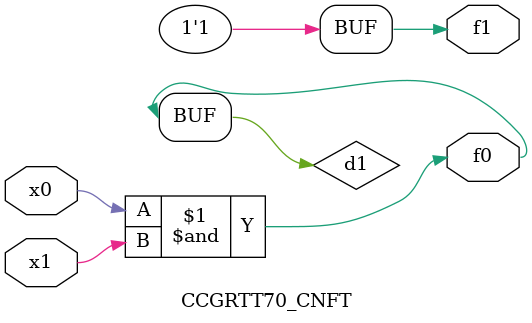
<source format=v>
module CCGRTT70_CNFT(
	input x0, x1,
	output f0, f1
);

	wire d1;

	assign f0 = d1;
	and (d1, x0, x1);
	assign f1 = 1'b1;
endmodule

</source>
